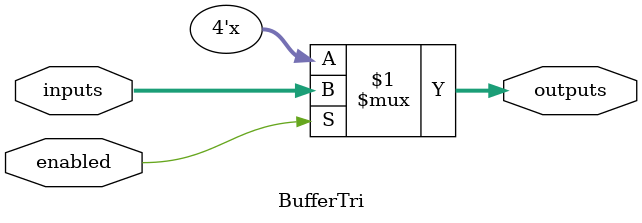
<source format=v>

module BufferTri(
    input wire enabled,
    input wire [3:0]inputs,
    output wire [3:0]outputs);

        assign outputs = (enabled) ? inputs:4'bz;
endmodule

</source>
